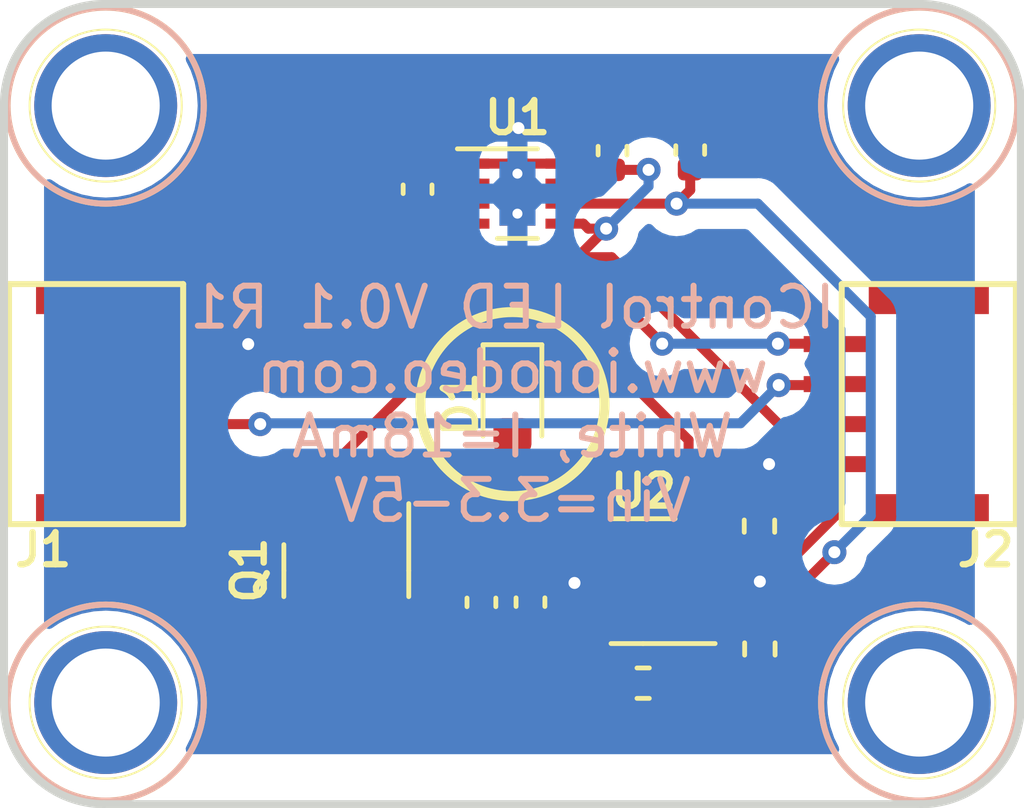
<source format=kicad_pcb>
(kicad_pcb (version 20221018) (generator pcbnew)
  (layers (0 "F.Cu" signal) (31 "B.Cu" signal) (34 "B.Paste" user) (35 "F.Paste" user) (36 "B.SilkS" user "B.Silkscreen") (37 "F.SilkS" user "F.Silkscreen") (38 "B.Mask" user) (39 "F.Mask" user) (44 "Edge.Cuts" user))
  (net 0 "")
  (net 1 "GND")
  (net 2 "/VIN")
  (net 3 "Net-(U1-C1+)")
  (net 4 "/SCL")
  (net 5 "/SDA")
  (net 6 "Net-(U1-C1-)")
  (net 7 "/5V")
  (net 8 "Net-(D1-K)")
  (net 9 "Net-(D1-A)")
  (net 10 "Net-(Q1-B)")
  (net 11 "/Vset")
  (footprint "custom_mount_hole:MountingHole_2.5mm_Pad" (layer "F.Cu") (at 52.54 52.54)
    (fp_text reference "M1" hide)
    (fp_text value "MountingHole_2.5mm_Pad" hide)
    (fp_circle (center 0 0) (end 2.45 0) (stroke (width 0.15)) (fill none) (layer "B.SilkS"))
    (fp_circle (center 0 0) (end 1.9 0) (stroke (width 0.05)) (fill none) (layer "F.SilkS"))
    (fp_circle (center 0 0) (end 2.45 0) (stroke (width 0.15)) (fill none) (layer "F.SilkS"))
    (pad "~" thru_hole circle (at 0 0) (size 3.57 3.57) (drill 2.7) (layers "*.Cu" "*.Mask"))
  )
  (footprint "custom_mount_hole:MountingHole_2.5mm_Pad" (layer "F.Cu") (at 72.86 52.54)
    (fp_text reference "M2" hide)
    (fp_text value "MountingHole_2.5mm_Pad" hide)
    (fp_circle (center 0 0) (end 2.45 0) (stroke (width 0.15)) (fill none) (layer "B.SilkS"))
    (fp_circle (center 0 0) (end 1.9 0) (stroke (width 0.05)) (fill none) (layer "F.SilkS"))
    (fp_circle (center 0 0) (end 2.45 0) (stroke (width 0.15)) (fill none) (layer "F.SilkS"))
    (pad "~" thru_hole circle (at 0 0) (size 3.57 3.57) (drill 2.7) (layers "*.Cu" "*.Mask"))
  )
  (footprint "custom_mount_hole:MountingHole_2.5mm_Pad" (layer "F.Cu") (at 72.86 67.46)
    (fp_text reference "M3" hide)
    (fp_text value "MountingHole_2.5mm_Pad" hide)
    (fp_circle (center 0 0) (end 2.45 0) (stroke (width 0.15)) (fill none) (layer "B.SilkS"))
    (fp_circle (center 0 0) (end 1.9 0) (stroke (width 0.05)) (fill none) (layer "F.SilkS"))
    (fp_circle (center 0 0) (end 2.45 0) (stroke (width 0.15)) (fill none) (layer "F.SilkS"))
    (pad "~" thru_hole circle (at 0 0) (size 3.57 3.57) (drill 2.7) (layers "*.Cu" "*.Mask"))
  )
  (footprint "custom_mount_hole:MountingHole_2.5mm_Pad" (layer "F.Cu") (at 52.54 67.46)
    (fp_text reference "M4" hide)
    (fp_text value "MountingHole_2.5mm_Pad" hide)
    (fp_circle (center 0 0) (end 2.45 0) (stroke (width 0.15)) (fill none) (layer "B.SilkS"))
    (fp_circle (center 0 0) (end 1.9 0) (stroke (width 0.05)) (fill none) (layer "F.SilkS"))
    (fp_circle (center 0 0) (end 2.45 0) (stroke (width 0.15)) (fill none) (layer "F.SilkS"))
    (pad "~" thru_hole circle (at 0 0) (size 3.57 3.57) (drill 2.7) (layers "*.Cu" "*.Mask"))
  )
  (footprint "LED_SMD:LED_0603_1608Metric" (layer "F.Cu") (at 62.7 60 -90)
    (fp_text reference "D1" (at 0 1.3 270) (layer "F.SilkS") (effects (font (size 0.8 0.8) (thickness 0.16))))
    (fp_text value "LED_ALT" hide)
    (fp_line (start -1.485 -0.735) (end -1.485 0.735) (stroke (width 0.12)) (layer "F.SilkS"))
    (fp_line (start -1.485 0.735) (end 0.8 0.735) (stroke (width 0.12)) (layer "F.SilkS"))
    (fp_line (start 0.8 -0.735) (end -1.485 -0.735) (stroke (width 0.12)) (layer "F.SilkS"))
    (pad "1" smd roundrect (at -0.7875 0 270) (size 0.875 0.95) (layers "F.Cu" "F.Paste" "F.Mask") (net 8 "Net-(D1-K)"))
    (pad "2" smd roundrect (at 0.7875 0 270) (size 0.875 0.95) (layers "F.Cu" "F.Paste" "F.Mask") (net 9 "Net-(D1-A)"))
  )
  (footprint "BOOMELE_SH_SMD:BOOMELE_SMD_SH_4PIN_RT" (layer "F.Cu") (at 52.78 60 90)
    (fp_text reference "J1" (at -3.64 -1.8 180) (layer "F.SilkS") (effects (font (size 0.8 0.8) (thickness 0.16))))
    (fp_text value "Conn_01x04" hide)
    (fp_line (start -3 1.695) (end -3 -2.655) (stroke (width 0.15)) (layer "F.SilkS"))
    (fp_line (start 0 -2.655) (end -3 -2.655) (stroke (width 0.15)) (layer "F.SilkS"))
    (fp_line (start 3 -2.655) (end 0 -2.655) (stroke (width 0.15)) (layer "F.SilkS"))
    (fp_line (start 3 -2.655) (end 3 1.695) (stroke (width 0.15)) (layer "F.SilkS"))
    (fp_line (start 3 1.695) (end -3 1.695) (stroke (width 0.15)) (layer "F.SilkS"))
    (pad "" smd rect (at -2.65 -0.48 270) (size 0.8 3) (layers "F.Cu" "F.Paste" "F.Mask"))
    (pad "" smd rect (at 2.65 -0.48 270) (size 0.8 3) (layers "F.Cu" "F.Paste" "F.Mask"))
    (pad "1" smd rect (at 1.5 1.845 270) (size 0.4 1.6) (layers "F.Cu" "F.Paste" "F.Mask") (net 1 "GND"))
    (pad "2" smd rect (at 0.5 1.845 270) (size 0.4 1.6) (layers "F.Cu" "F.Paste" "F.Mask") (net 2 "/VIN"))
    (pad "3" smd rect (at -0.5 1.845 270) (size 0.4 1.6) (layers "F.Cu" "F.Paste" "F.Mask") (net 5 "/SDA"))
    (pad "4" smd rect (at -1.5 1.845 270) (size 0.4 1.6) (layers "F.Cu" "F.Paste" "F.Mask") (net 4 "/SCL"))
  )
  (footprint "BOOMELE_SH_SMD:BOOMELE_SMD_SH_4PIN_RT" (layer "F.Cu") (at 72.62 60 -90)
    (fp_text reference "J2" (at 3.64 -1.9 180) (layer "F.SilkS") (effects (font (size 0.8 0.8) (thickness 0.16))))
    (fp_text value "Conn_01x04" hide)
    (fp_line (start -3 1.695) (end -3 -2.655) (stroke (width 0.15)) (layer "F.SilkS"))
    (fp_line (start 0 -2.655) (end -3 -2.655) (stroke (width 0.15)) (layer "F.SilkS"))
    (fp_line (start 3 -2.655) (end 0 -2.655) (stroke (width 0.15)) (layer "F.SilkS"))
    (fp_line (start 3 -2.655) (end 3 1.695) (stroke (width 0.15)) (layer "F.SilkS"))
    (fp_line (start 3 1.695) (end -3 1.695) (stroke (width 0.15)) (layer "F.SilkS"))
    (pad "" smd rect (at -2.65 -0.48 90) (size 0.8 3) (layers "F.Cu" "F.Paste" "F.Mask"))
    (pad "" smd rect (at 2.65 -0.48 90) (size 0.8 3) (layers "F.Cu" "F.Paste" "F.Mask"))
    (pad "1" smd rect (at 1.5 1.845 90) (size 0.4 1.6) (layers "F.Cu" "F.Paste" "F.Mask") (net 1 "GND"))
    (pad "2" smd rect (at 0.5 1.845 90) (size 0.4 1.6) (layers "F.Cu" "F.Paste" "F.Mask") (net 2 "/VIN"))
    (pad "3" smd rect (at -0.5 1.845 90) (size 0.4 1.6) (layers "F.Cu" "F.Paste" "F.Mask") (net 5 "/SDA"))
    (pad "4" smd rect (at -1.5 1.845 90) (size 0.4 1.6) (layers "F.Cu" "F.Paste" "F.Mask") (net 4 "/SCL"))
  )
  (footprint "Resistor_SMD:R_0402_1005Metric" (layer "F.Cu") (at 68.87 63.05 -90)
    (fp_text reference "R1" hide)
    (fp_text value "100" hide)
    (fp_line (start -0.153641 -0.38) (end 0.153641 -0.38) (stroke (width 0.12)) (layer "F.SilkS"))
    (fp_line (start -0.153641 0.38) (end 0.153641 0.38) (stroke (width 0.12)) (layer "F.SilkS"))
    (pad "1" smd roundrect (at -0.51 0 270) (size 0.54 0.64) (layers "F.Cu" "F.Paste" "F.Mask") (net 8 "Net-(D1-K)"))
    (pad "2" smd roundrect (at 0.51 0 270) (size 0.54 0.64) (layers "F.Cu" "F.Paste" "F.Mask") (net 1 "GND"))
  )
  (footprint "Package_TO_SOT_SMD:SOT-23-5" (layer "F.Cu") (at 65.9625 64.425 180)
    (fp_text reference "U2" (at -0.0125 2.25) (layer "F.SilkS") (effects (font (size 0.8 0.8) (thickness 0.16) bold)))
    (fp_text value "LMV321")
    (fp_line (start 0 -1.56) (end -1.8 -1.56) (stroke (width 0.12)) (layer "F.SilkS"))
    (fp_line (start 0 -1.56) (end 0.8 -1.56) (stroke (width 0.12)) (layer "F.SilkS"))
    (fp_line (start 0 1.56) (end -0.8 1.56) (stroke (width 0.12)) (layer "F.SilkS"))
    (fp_line (start 0 1.56) (end 0.8 1.56) (stroke (width 0.12)) (layer "F.SilkS"))
    (pad "1" smd roundrect (at -1.1375 -0.95 180) (size 1.325 0.6) (layers "F.Cu" "F.Paste" "F.Mask") (net 11 "/Vset"))
    (pad "2" smd roundrect (at -1.1375 0 180) (size 1.325 0.6) (layers "F.Cu" "F.Paste" "F.Mask") (net 1 "GND"))
    (pad "3" smd roundrect (at -1.1375 0.95 180) (size 1.325 0.6) (layers "F.Cu" "F.Paste" "F.Mask") (net 8 "Net-(D1-K)"))
    (pad "4" smd roundrect (at 1.1375 0.95 180) (size 1.325 0.6) (layers "F.Cu" "F.Paste" "F.Mask") (net 10 "Net-(Q1-B)"))
    (pad "5" smd roundrect (at 1.1375 -0.95 180) (size 1.325 0.6) (layers "F.Cu" "F.Paste" "F.Mask") (net 7 "/5V"))
  )
  (footprint "Capacitor_SMD:C_0402_1005Metric" (layer "F.Cu") (at 63.15 64.95 90)
    (fp_text reference "C4" hide)
    (fp_text value "0.1uF" hide)
    (fp_line (start -0.107836 -0.36) (end 0.107836 -0.36) (stroke (width 0.12)) (layer "F.SilkS"))
    (fp_line (start -0.107836 0.36) (end 0.107836 0.36) (stroke (width 0.12)) (layer "F.SilkS"))
    (pad "1" smd roundrect (at -0.48 0 90) (size 0.56 0.62) (layers "F.Cu" "F.Paste" "F.Mask") (net 7 "/5V"))
    (pad "2" smd roundrect (at 0.48 0 90) (size 0.56 0.62) (layers "F.Cu" "F.Paste" "F.Mask") (net 1 "GND"))
  )
  (footprint "Package_SON:WSON-8-1EP_2x2mm_P0.5mm_EP0.9x1.6mm_ThermalVias" (layer "F.Cu") (at 62.825 54.74)
    (fp_text reference "U1" (at 0 -1.9) (layer "F.SilkS") (effects (font (size 0.8 0.8) (thickness 0.16))))
    (fp_text value "LM2775DSG" hide)
    (fp_line (start -1.5 -1.12) (end 0.5 -1.12) (stroke (width 0.12)) (layer "F.SilkS"))
    (fp_line (start 0.5 1.12) (end -0.5 1.12) (stroke (width 0.12)) (layer "F.SilkS"))
    (pad "1" smd rect (at -0.95 -0.75) (size 0.5 0.25) (layers "F.Cu" "F.Paste" "F.Mask") (net 1 "GND"))
    (pad "2" smd rect (at -0.95 -0.25) (size 0.5 0.25) (layers "F.Cu" "F.Paste" "F.Mask") (net 6 "Net-(U1-C1-)"))
    (pad "3" smd rect (at -0.95 0.25) (size 0.5 0.25) (layers "F.Cu" "F.Paste" "F.Mask") (net 3 "Net-(U1-C1+)"))
    (pad "4" smd rect (at -0.95 0.75) (size 0.5 0.25) (layers "F.Cu" "F.Paste" "F.Mask") (net 2 "/VIN"))
    (pad "5" smd rect (at 0.95 0.75) (size 0.5 0.25) (layers "F.Cu" "F.Paste" "F.Mask") (net 2 "/VIN"))
    (pad "6" smd rect (at 0.95 0.25) (size 0.5 0.25) (layers "F.Cu" "F.Paste" "F.Mask") (net 7 "/5V"))
    (pad "7" smd rect (at 0.95 -0.25) (size 0.5 0.25) (layers "F.Cu" "F.Paste" "F.Mask") (net 2 "/VIN"))
    (pad "8" smd rect (at 0.95 -0.75) (size 0.5 0.25) (layers "F.Cu" "F.Paste" "F.Mask") (net 1 "GND"))
    (pad "9" thru_hole circle (at 0 -0.5) (size 0.6 0.6) (drill 0.25) (layers "*.Cu") (net 1 "GND"))
    (pad "9" smd rect (at 0 0) (size 0.9 1.6) (layers "F.Cu" "F.Mask") (net 1 "GND"))
    (pad "9" smd rect (at 0 0) (size 0.9 1.6) (layers "B.Cu") (net 1 "GND"))
    (pad "9" thru_hole circle (at 0 0.5) (size 0.6 0.6) (drill 0.25) (layers "*.Cu") (net 1 "GND"))
  )
  (footprint "Capacitor_SMD:C_0402_1005Metric" (layer "F.Cu") (at 67.14 53.65 90)
    (fp_text reference "C3" hide)
    (fp_text value "10uF" hide)
    (fp_line (start -0.107836 -0.36) (end 0.107836 -0.36) (stroke (width 0.12)) (layer "F.SilkS"))
    (fp_line (start -0.107836 0.36) (end 0.107836 0.36) (stroke (width 0.12)) (layer "F.SilkS"))
    (pad "1" smd roundrect (at -0.48 0 90) (size 0.56 0.62) (layers "F.Cu" "F.Paste" "F.Mask") (net 7 "/5V"))
    (pad "2" smd roundrect (at 0.48 0 90) (size 0.56 0.62) (layers "F.Cu" "F.Paste" "F.Mask") (net 1 "GND"))
  )
  (footprint "Resistor_SMD:R_0402_1005Metric" (layer "F.Cu") (at 68.88 66.12 90)
    (fp_text reference "R3" hide)
    (fp_text value "10k" hide)
    (fp_line (start -0.153641 -0.38) (end 0.153641 -0.38) (stroke (width 0.12)) (layer "F.SilkS"))
    (fp_line (start -0.153641 0.38) (end 0.153641 0.38) (stroke (width 0.12)) (layer "F.SilkS"))
    (pad "1" smd roundrect (at -0.51 0 90) (size 0.54 0.64) (layers "F.Cu" "F.Paste" "F.Mask") (net 11 "/Vset"))
    (pad "2" smd roundrect (at 0.51 0 90) (size 0.54 0.64) (layers "F.Cu" "F.Paste" "F.Mask") (net 1 "GND"))
  )
  (footprint "Resistor_SMD:R_0402_1005Metric" (layer "F.Cu") (at 65.965 66.975)
    (fp_text reference "R2" hide)
    (fp_text value "18k" hide)
    (fp_line (start -0.153641 -0.38) (end 0.153641 -0.38) (stroke (width 0.12)) (layer "F.SilkS"))
    (fp_line (start -0.153641 0.38) (end 0.153641 0.38) (stroke (width 0.12)) (layer "F.SilkS"))
    (pad "1" smd roundrect (at -0.51 0) (size 0.54 0.64) (layers "F.Cu" "F.Paste" "F.Mask") (net 7 "/5V"))
    (pad "2" smd roundrect (at 0.51 0) (size 0.54 0.64) (layers "F.Cu" "F.Paste" "F.Mask") (net 11 "/Vset"))
  )
  (footprint "Capacitor_SMD:C_0402_1005Metric" (layer "F.Cu") (at 65.2 53.665 -90)
    (fp_text reference "C1" hide)
    (fp_text value "10uF" hide)
    (fp_line (start -0.107836 -0.36) (end 0.107836 -0.36) (stroke (width 0.12)) (layer "F.SilkS"))
    (fp_line (start -0.107836 0.36) (end 0.107836 0.36) (stroke (width 0.12)) (layer "F.SilkS"))
    (pad "1" smd roundrect (at -0.48 0 270) (size 0.56 0.62) (layers "F.Cu" "F.Paste" "F.Mask") (net 1 "GND"))
    (pad "2" smd roundrect (at 0.48 0 270) (size 0.56 0.62) (layers "F.Cu" "F.Paste" "F.Mask") (net 2 "/VIN"))
  )
  (footprint "Capacitor_SMD:C_0402_1005Metric" (layer "F.Cu") (at 61.925 64.955 90)
    (fp_text reference "C5" hide)
    (fp_text value "10uF" hide)
    (fp_line (start -0.107836 -0.36) (end 0.107836 -0.36) (stroke (width 0.12)) (layer "F.SilkS"))
    (fp_line (start -0.107836 0.36) (end 0.107836 0.36) (stroke (width 0.12)) (layer "F.SilkS"))
    (pad "1" smd roundrect (at -0.48 0 90) (size 0.56 0.62) (layers "F.Cu" "F.Paste" "F.Mask") (net 7 "/5V"))
    (pad "2" smd roundrect (at 0.48 0 90) (size 0.56 0.62) (layers "F.Cu" "F.Paste" "F.Mask") (net 1 "GND"))
  )
  (footprint "Package_TO_SOT_SMD:SOT-23" (layer "F.Cu") (at 58.55 64.1625 -90)
    (fp_text reference "Q1" (at -0.0125 2.425 90) (layer "F.SilkS") (effects (font (size 0.8 0.8) (thickness 0.16) bold)))
    (fp_text value "MMBT5551L" hide)
    (fp_line (start 0 -1.56) (end -1.675 -1.56) (stroke (width 0.12)) (layer "F.SilkS"))
    (fp_line (start 0 -1.56) (end 0.65 -1.56) (stroke (width 0.12)) (layer "F.SilkS"))
    (fp_line (start 0 1.56) (end -0.65 1.56) (stroke (width 0.12)) (layer "F.SilkS"))
    (fp_line (start 0 1.56) (end 0.65 1.56) (stroke (width 0.12)) (layer "F.SilkS"))
    (pad "1" smd roundrect (at -0.9375 -0.95 270) (size 1.475 0.6) (layers "F.Cu" "F.Paste" "F.Mask") (net 10 "Net-(Q1-B)"))
    (pad "2" smd roundrect (at -0.9375 0.95 270) (size 1.475 0.6) (layers "F.Cu" "F.Paste" "F.Mask") (net 9 "Net-(D1-A)"))
    (pad "3" smd roundrect (at 0.9375 0 270) (size 1.475 0.6) (layers "F.Cu" "F.Paste" "F.Mask") (net 7 "/5V"))
  )
  (footprint "Capacitor_SMD:C_0402_1005Metric" (layer "F.Cu") (at 60.33 54.63 90)
    (fp_text reference "C2" hide)
    (fp_text value "1uF" hide)
    (fp_line (start -0.107836 -0.36) (end 0.107836 -0.36) (stroke (width 0.12)) (layer "F.SilkS"))
    (fp_line (start -0.107836 0.36) (end 0.107836 0.36) (stroke (width 0.12)) (layer "F.SilkS"))
    (pad "1" smd roundrect (at -0.48 0 90) (size 0.56 0.62) (layers "F.Cu" "F.Paste" "F.Mask") (net 3 "Net-(U1-C1+)"))
    (pad "2" smd roundrect (at 0.48 0 90) (size 0.56 0.62) (layers "F.Cu" "F.Paste" "F.Mask") (net 6 "Net-(U1-C1-)"))
  )
  (gr_circle (center 62.7 60) (end 65 60) (stroke (width 0.25)) (fill none) (layer "F.SilkS"))
  (gr_arc (start 72.9 50) (mid 74.667767 50.732233) (end 75.4 52.5) (stroke (width 0.2)) (layer "Edge.Cuts"))
  (gr_arc (start 52.5 70) (mid 50.732233 69.267767) (end 50 67.5) (stroke (width 0.2)) (layer "Edge.Cuts"))
  (gr_line (start 52.5 50) (end 72.9 50) (stroke (width 0.2)) (layer "Edge.Cuts"))
  (gr_arc (start 50 52.5) (mid 50.732233 50.732233) (end 52.5 50) (stroke (width 0.2)) (layer "Edge.Cuts"))
  (gr_arc (start 75.4 67.5) (mid 74.667767 69.267767) (end 72.9 70) (stroke (width 0.2)) (layer "Edge.Cuts"))
  (gr_line (start 50 52.5) (end 50 67.5) (stroke (width 0.2)) (layer "Edge.Cuts"))
  (gr_line (start 52.5 70) (end 72.9 70) (stroke (width 0.2)) (layer "Edge.Cuts"))
  (gr_line (start 75.4 52.5) (end 75.4 67.5) (stroke (width 0.2)) (layer "Edge.Cuts"))
  (gr_text "IControl LED V0.1 R1\nwww.iorodeo.com\nWhite, I=18mA\nVin=3.3-5V" (at 62.7 60) (layer "B.SilkS") (effects (font (size 1 1)) (justify mirror)))
  (segment (start 68.88 65.61) (end 68.88 64.435) (width 0.25) (layer "F.Cu") (net 1))
  (segment (start 69.135 64.425) (end 70.775 62.785) (width 0.25) (layer "F.Cu") (net 1))
  (segment (start 62.825 53.125) (end 62.85 53.1) (width 0.25) (layer "F.Cu") (net 1))
  (segment (start 64.765 53.185) (end 65.2 53.185) (width 0.25) (layer "F.Cu") (net 1))
  (segment (start 63.775 53.99) (end 63.96 53.99) (width 0.25) (layer "F.Cu") (net 1))
  (segment (start 62.825 54.24) (end 63.075 53.99) (width 0.25) (layer "F.Cu") (net 1))
  (segment (start 65.2 53.185) (end 67.125 53.185) (width 0.25) (layer "F.Cu") (net 1))
  (segment (start 68.425 64.425) (end 68.89 64.425) (width 0.25) (layer "F.Cu") (net 1))
  (segment (start 68.87 64.405) (end 68.89 64.425) (width 0.25) (layer "F.Cu") (net 1))
  (segment (start 63.15 64.47) (end 61.93 64.47) (width 0.25) (layer "F.Cu") (net 1))
  (segment (start 63.15 64.47) (end 64.25 64.47) (width 0.25) (layer "F.Cu") (net 1))
  (segment (start 62.575 53.99) (end 62.825 54.24) (width 0.25) (layer "F.Cu") (net 1))
  (segment (start 63.075 53.99) (end 63.775 53.99) (width 0.25) (layer "F.Cu") (net 1))
  (segment (start 67.1 64.425) (end 68.425 64.425) (width 0.25) (layer "F.Cu") (net 1))
  (segment (start 68.89 64.425) (end 69.135 64.425) (width 0.25) (layer "F.Cu") (net 1))
  (segment (start 70.775 62.785) (end 70.775 61.5) (width 0.25) (layer "F.Cu") (net 1))
  (segment (start 67.055 64.47) (end 67.1 64.425) (width 0.25) (layer "F.Cu") (net 1))
  (segment (start 62.825 54.24) (end 62.825 53.125) (width 0.25) (layer "F.Cu") (net 1))
  (segment (start 63.96 53.99) (end 64.765 53.185) (width 0.25) (layer "F.Cu") (net 1))
  (segment (start 68.88 64.435) (end 68.89 64.425) (width 0.25) (layer "F.Cu") (net 1))
  (segment (start 68.87 63.56) (end 68.87 64.405) (width 0.25) (layer "F.Cu") (net 1))
  (segment (start 64.25 64.47) (end 67.055 64.47) (width 0.25) (layer "F.Cu") (net 1))
  (segment (start 69.11 61.5) (end 70.775 61.5) (width 0.25) (layer "F.Cu") (net 1))
  (segment (start 67.125 53.185) (end 67.14 53.17) (width 0.25) (layer "F.Cu") (net 1))
  (segment (start 54.625 58.5) (end 55.95 58.5) (width 0.25) (layer "F.Cu") (net 1))
  (segment (start 61.875 53.99) (end 62.575 53.99) (width 0.25) (layer "F.Cu") (net 1))
  (segment (start 61.93 64.47) (end 61.925 64.475) (width 0.25) (layer "F.Cu") (net 1))
  (via (at 68.88 64.435) (size 0.6) (drill 0.3) (layers "F.Cu" "B.Cu") (net 1))
  (via (at 62.85 53.1) (size 0.6) (drill 0.3) (layers "F.Cu" "B.Cu") (net 1))
  (via (at 69.11 61.5) (size 0.6) (drill 0.3) (layers "F.Cu" "B.Cu") (net 1))
  (via (at 56.1 58.5) (size 0.6) (drill 0.3) (layers "F.Cu" "B.Cu") (net 1))
  (via (at 64.25 64.47) (size 0.6) (drill 0.3) (layers "F.Cu" "B.Cu") (net 1))
  (segment (start 54.625 59.5) (end 57.275 59.5) (width 0.25) (layer "F.Cu") (net 2))
  (segment (start 65.04 55.6145) (end 64.5945 55.6145) (width 0.25) (layer "F.Cu") (net 2))
  (segment (start 61.285 55.49) (end 61.875 55.49) (width 0.25) (layer "F.Cu") (net 2))
  (segment (start 69.35 60.5) (end 65.1775 56.3275) (width 0.25) (layer "F.Cu") (net 2))
  (segment (start 65.1775 56.3275) (end 64.19 56.3275) (width 0.25) (layer "F.Cu") (net 2))
  (segment (start 65.04 55.6145) (end 64.327 56.3275) (width 0.25) (layer "F.Cu") (net 2))
  (segment (start 64.19 56.3275) (end 60.4475 56.3275) (width 0.25) (layer "F.Cu") (net 2))
  (segment (start 70.775 60.5) (end 69.35 60.5) (width 0.25) (layer "F.Cu") (net 2))
  (segment (start 64.655 54.145) (end 65.2 54.145) (width 0.25) (layer "F.Cu") (net 2))
  (segment (start 57.275 59.5) (end 60.4475 56.3275) (width 0.25) (layer "F.Cu") (net 2))
  (segment (start 64.5945 55.6145) (end 64.47 55.49) (width 0.25) (layer "F.Cu") (net 2))
  (segment (start 64.31 54.49) (end 64.655 54.145) (width 0.25) (layer "F.Cu") (net 2))
  (segment (start 60.4475 56.3275) (end 61.285 55.49) (width 0.25) (layer "F.Cu") (net 2))
  (segment (start 63.775 54.49) (end 64.31 54.49) (width 0.25) (layer "F.Cu") (net 2))
  (segment (start 64.47 55.49) (end 63.775 55.49) (width 0.25) (layer "F.Cu") (net 2))
  (segment (start 64.327 56.3275) (end 64.19 56.3275) (width 0.25) (layer "F.Cu") (net 2))
  (segment (start 66.1 54.145) (end 65.2 54.145) (width 0.25) (layer "F.Cu") (net 2))
  (via (at 65.04 55.6145) (size 0.6) (drill 0.3) (layers "F.Cu" "B.Cu") (net 2))
  (via (at 66.1 54.145) (size 0.6) (drill 0.3) (layers "F.Cu" "B.Cu") (net 2))
  (segment (start 66.1 54.5545) (end 66.1 54.145) (width 0.25) (layer "B.Cu") (net 2))
  (segment (start 65.04 55.6145) (end 66.1 54.5545) (width 0.25) (layer "B.Cu") (net 2))
  (segment (start 60.33 55.11) (end 60.93 55.11) (width 0.25) (layer "F.Cu") (net 3))
  (segment (start 61.05 54.99) (end 61.875 54.99) (width 0.25) (layer "F.Cu") (net 3))
  (segment (start 60.93 55.11) (end 61.05 54.99) (width 0.25) (layer "F.Cu") (net 3))
  (segment (start 65.84 57.89) (end 61.84 57.89) (width 0.25) (layer "F.Cu") (net 4))
  (segment (start 58.23 61.5) (end 54.625 61.5) (width 0.25) (layer "F.Cu") (net 4))
  (segment (start 69.33 58.49) (end 70.765 58.49) (width 0.25) (layer "F.Cu") (net 4))
  (segment (start 66.44 58.49) (end 65.84 57.89) (width 0.25) (layer "F.Cu") (net 4))
  (segment (start 61.84 57.89) (end 58.23 61.5) (width 0.25) (layer "F.Cu") (net 4))
  (via (at 69.33 58.49) (size 0.6) (drill 0.3) (layers "F.Cu" "B.Cu") (net 4))
  (via (at 66.44 58.49) (size 0.6) (drill 0.3) (layers "F.Cu" "B.Cu") (net 4))
  (segment (start 66.44 58.49) (end 69.33 58.49) (width 0.25) (layer "B.Cu") (net 4))
  (segment (start 69.35 59.525) (end 70.75 59.525) (width 0.25) (layer "F.Cu") (net 5))
  (segment (start 56.4 60.5) (end 54.625 60.5) (width 0.25) (layer "F.Cu") (net 5))
  (segment (start 70.75 59.525) (end 70.775 59.5) (width 0.25) (layer "F.Cu") (net 5))
  (via (at 56.4 60.5) (size 0.6) (drill 0.3) (layers "F.Cu" "B.Cu") (net 5))
  (via (at 69.35 59.525) (size 0.6) (drill 0.3) (layers "F.Cu" "B.Cu") (net 5))
  (segment (start 56.42 60.48) (end 68.395 60.48) (width 0.25) (layer "B.Cu") (net 5))
  (segment (start 56.4 60.5) (end 56.42 60.48) (width 0.25) (layer "B.Cu") (net 5))
  (segment (start 68.395 60.48) (end 69.35 59.525) (width 0.25) (layer "B.Cu") (net 5))
  (segment (start 60.72 54.15) (end 61.06 54.49) (width 0.25) (layer "F.Cu") (net 6))
  (segment (start 60.33 54.15) (end 60.72 54.15) (width 0.25) (layer "F.Cu") (net 6))
  (segment (start 61.06 54.49) (end 61.875 54.49) (width 0.25) (layer "F.Cu") (net 6))
  (segment (start 64.825 65.375) (end 64.825 65.575) (width 0.25) (layer "F.Cu") (net 7))
  (segment (start 63.145 65.435) (end 63.15 65.43) (width 0.25) (layer "F.Cu") (net 7))
  (segment (start 67.14 54.65) (end 67.14 54.13) (width 0.25) (layer "F.Cu") (net 7))
  (segment (start 58.55 65.1) (end 58.885 65.435) (width 0.25) (layer "F.Cu") (net 7))
  (segment (start 63.85 65.43) (end 64.77 65.43) (width 0.25) (layer "F.Cu") (net 7))
  (segment (start 63.15 65.43) (end 63.85 65.43) (width 0.25) (layer "F.Cu") (net 7))
  (segment (start 58.885 65.435) (end 61.925 65.435) (width 0.25) (layer "F.Cu") (net 7))
  (segment (start 65.455 66.205) (end 65.455 66.975) (width 0.25) (layer "F.Cu") (net 7))
  (segment (start 63.775 54.99) (end 66.8 54.99) (width 0.25) (layer "F.Cu") (net 7))
  (segment (start 66.01 68) (end 65.455 67.445) (width 0.25) (layer "F.Cu") (net 7))
  (segment (start 69.85 67.2) (end 69.05 68) (width 0.25) (layer "F.Cu") (net 7))
  (segment (start 65.455 67.445) (end 65.455 66.975) (width 0.25) (layer "F.Cu") (net 7))
  (segment (start 64.825 65.575) (end 65.455 66.205) (width 0.25) (layer "F.Cu") (net 7))
  (segment (start 66.8 54.99) (end 67.14 54.65) (width 0.25) (layer "F.Cu") (net 7))
  (segment (start 70.741589 63.701589) (end 69.85 64.593178) (width 0.25) (layer "F.Cu") (net 7))
  (segment (start 61.925 65.435) (end 63.145 65.435) (width 0.25) (layer "F.Cu") (net 7))
  (segment (start 69.05 68) (end 66.01 68) (width 0.25) (layer "F.Cu") (net 7))
  (segment (start 69.85 64.593178) (end 69.85 67.2) (width 0.25) (layer "F.Cu") (net 7))
  (segment (start 64.77 65.43) (end 64.825 65.375) (width 0.25) (layer "F.Cu") (net 7))
  (via (at 70.741589 63.701589) (size 0.6) (drill 0.3) (layers "F.Cu" "B.Cu") (net 7))
  (via (at 66.8 54.99) (size 0.6) (drill 0.3) (layers "F.Cu" "B.Cu") (net 7))
  (segment (start 68.83 54.99) (end 66.8 54.99) (width 0.25) (layer "B.Cu") (net 7))
  (segment (start 71.65 57.81) (end 68.83 54.99) (width 0.25) (layer "B.Cu") (net 7))
  (segment (start 70.741589 63.701589) (end 71.65 62.793178) (width 0.25) (layer "B.Cu") (net 7))
  (segment (start 71.65 62.793178) (end 71.65 57.81) (width 0.25) (layer "B.Cu") (net 7))
  (segment (start 68.45 62.54) (end 68.87 62.54) (width 0.25) (layer "F.Cu") (net 8))
  (segment (start 65.4125 59.2125) (end 67.1 60.9) (width 0.25) (layer "F.Cu") (net 8))
  (segment (start 67.1 60.9) (end 67.1 63.475) (width 0.25) (layer "F.Cu") (net 8))
  (segment (start 62.7 59.2125) (end 65.4125 59.2125) (width 0.25) (layer "F.Cu") (net 8))
  (segment (start 67.515 63.475) (end 68.45 62.54) (width 0.25) (layer "F.Cu") (net 8))
  (segment (start 67.1 63.475) (end 67.515 63.475) (width 0.25) (layer "F.Cu") (net 8))
  (segment (start 62.08 61.99) (end 57.92 61.99) (width 0.25) (layer "F.Cu") (net 9))
  (segment (start 57.6 62.31) (end 57.6 63.225) (width 0.25) (layer "F.Cu") (net 9))
  (segment (start 57.92 61.99) (end 57.6 62.31) (width 0.25) (layer "F.Cu") (net 9))
  (segment (start 62.7 60.7875) (end 62.7 61.37) (width 0.25) (layer "F.Cu") (net 9))
  (segment (start 62.7 61.37) (end 62.08 61.99) (width 0.25) (layer "F.Cu") (net 9))
  (segment (start 64.825 63.475) (end 62.555 63.475) (width 0.25) (layer "F.Cu") (net 10))
  (segment (start 59.545 63.18) (end 59.5 63.225) (width 0.25) (layer "F.Cu") (net 10))
  (segment (start 62.26 63.18) (end 59.545 63.18) (width 0.25) (layer "F.Cu") (net 10))
  (segment (start 62.555 63.475) (end 62.26 63.18) (width 0.25) (layer "F.Cu") (net 10))
  (segment (start 67.1 66.84) (end 66.965 66.975) (width 0.25) (layer "F.Cu") (net 11))
  (segment (start 67.1 65.375) (end 67.1 66.69) (width 0.25) (layer "F.Cu") (net 11))
  (segment (start 67.1 66.69) (end 67.1 66.84) (width 0.25) (layer "F.Cu") (net 11))
  (segment (start 68.82 66.69) (end 68.88 66.63) (width 0.25) (layer "F.Cu") (net 11))
  (segment (start 66.965 66.975) (end 66.475 66.975) (width 0.25) (layer "F.Cu") (net 11))
  (segment (start 67.1 66.69) (end 68.82 66.69) (width 0.25) (layer "F.Cu") (net 11))
  (zone (net 1) (net_name "GND") (layer "B.Cu") (connect_pads (clearance 0.508)) (min_thickness 0.25) (fill yes (thermal_gap 0.5) (thermal_bridge_width 0.5))
    (polygon (pts (xy 74.25 51.25) (xy 74.25 68.75) (xy 51 68.75) (xy 51 51.25)))
  )
)
</source>
